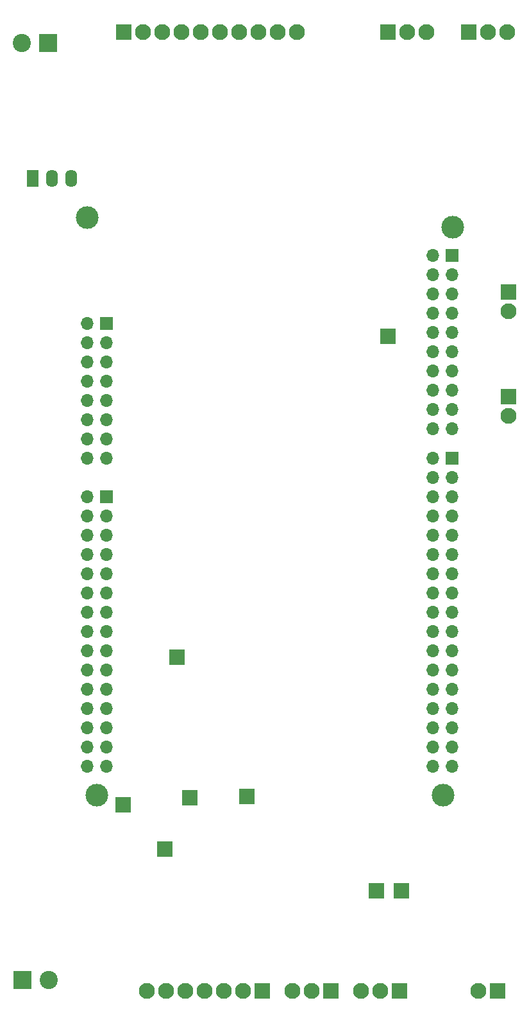
<source format=gbr>
%TF.GenerationSoftware,KiCad,Pcbnew,7.0.1*%
%TF.CreationDate,2023-05-11T12:11:36+02:00*%
%TF.ProjectId,STM32_F439ZI_Shield,53544d33-325f-4463-9433-395a495f5368,rev?*%
%TF.SameCoordinates,Original*%
%TF.FileFunction,Soldermask,Bot*%
%TF.FilePolarity,Negative*%
%FSLAX46Y46*%
G04 Gerber Fmt 4.6, Leading zero omitted, Abs format (unit mm)*
G04 Created by KiCad (PCBNEW 7.0.1) date 2023-05-11 12:11:36*
%MOMM*%
%LPD*%
G01*
G04 APERTURE LIST*
%ADD10R,2.000000X2.000000*%
%ADD11R,2.100000X2.100000*%
%ADD12C,2.100000*%
%ADD13C,3.000000*%
%ADD14R,2.400000X2.400000*%
%ADD15C,2.400000*%
%ADD16R,1.600000X2.300000*%
%ADD17O,1.600000X2.300000*%
%ADD18R,1.700000X1.700000*%
%ADD19O,1.700000X1.700000*%
G04 APERTURE END LIST*
D10*
%TO.C,TP10*%
X128405000Y-128495000D03*
%TD*%
D11*
%TO.C,Endschalter_Hinten1*%
X154520000Y-27550000D03*
D12*
X157060000Y-27550000D03*
X159600000Y-27550000D03*
%TD*%
D11*
%TO.C,J3*%
X169060000Y-153980000D03*
D12*
X166520000Y-153980000D03*
%TD*%
D11*
%TO.C,Kraftmessung1*%
X156110000Y-153980000D03*
D12*
X153570000Y-153980000D03*
X151030000Y-153980000D03*
%TD*%
D10*
%TO.C,TP2*%
X126660000Y-109970000D03*
%TD*%
%TO.C,TP6*%
X153010000Y-140820000D03*
%TD*%
D11*
%TO.C,Anenometer1*%
X137940000Y-153990000D03*
D12*
X135400000Y-153990000D03*
X132860000Y-153990000D03*
X130320000Y-153990000D03*
X127780000Y-153990000D03*
X125240000Y-153990000D03*
X122700000Y-153990000D03*
%TD*%
D10*
%TO.C,TP5*%
X156340000Y-140810000D03*
%TD*%
D11*
%TO.C,J5*%
X170477500Y-75590000D03*
D12*
X170477500Y-78130000D03*
%TD*%
D11*
%TO.C,J4*%
X170470000Y-61780000D03*
D12*
X170470000Y-64320000D03*
%TD*%
D13*
%TO.C,*%
X114820000Y-51990000D03*
%TD*%
D14*
%TO.C,Spannungsversorgung_1*%
X109690000Y-28960000D03*
D15*
X106190000Y-28960000D03*
%TD*%
D16*
%TO.C,U13*%
X107673000Y-46830000D03*
D17*
X110213000Y-46830000D03*
X112753000Y-46830000D03*
%TD*%
D10*
%TO.C,TP1*%
X154550000Y-67620000D03*
%TD*%
D13*
%TO.C,*%
X163100000Y-53300000D03*
%TD*%
D11*
%TO.C,Endschalter_Vorne1*%
X165200000Y-27540000D03*
D12*
X167740000Y-27540000D03*
X170280000Y-27540000D03*
%TD*%
D11*
%TO.C,Motor_Logik1*%
X119650000Y-27540000D03*
D12*
X122190000Y-27540000D03*
X124730000Y-27540000D03*
X127270000Y-27540000D03*
X129810000Y-27540000D03*
X132350000Y-27540000D03*
X134890000Y-27540000D03*
X137430000Y-27540000D03*
X139970000Y-27540000D03*
X142510000Y-27540000D03*
%TD*%
D13*
%TO.C,*%
X116090000Y-128190000D03*
%TD*%
D10*
%TO.C,TP7*%
X119550000Y-129510000D03*
%TD*%
%TO.C,TP9*%
X135930000Y-128340000D03*
%TD*%
D14*
%TO.C,Motor_Spannungsversorgung1*%
X106260000Y-152540000D03*
D15*
X109760000Y-152540000D03*
%TD*%
D11*
%TO.C,Abstandssensor1*%
X147030000Y-153990000D03*
D12*
X144490000Y-153990000D03*
X141950000Y-153990000D03*
%TD*%
D13*
%TO.C,*%
X161800000Y-128200000D03*
%TD*%
D10*
%TO.C,TP8*%
X125110000Y-135310000D03*
%TD*%
D18*
%TO.C,CN7*%
X163000000Y-57020000D03*
D19*
X160460000Y-57020000D03*
X163000000Y-59560000D03*
X160460000Y-59560000D03*
X163000000Y-62100000D03*
X160460000Y-62100000D03*
X163000000Y-64640000D03*
X160460000Y-64640000D03*
X163000000Y-67180000D03*
X160460000Y-67180000D03*
X163000000Y-69720000D03*
X160460000Y-69720000D03*
X163000000Y-72260000D03*
X160460000Y-72260000D03*
X163000000Y-74800000D03*
X160460000Y-74800000D03*
X163000000Y-77340000D03*
X160460000Y-77340000D03*
X163000000Y-79880000D03*
X160460000Y-79880000D03*
%TD*%
D18*
%TO.C,CN10*%
X163010000Y-83750000D03*
D19*
X160470000Y-83750000D03*
X163010000Y-86290000D03*
X160470000Y-86290000D03*
X163010000Y-88830000D03*
X160470000Y-88830000D03*
X163010000Y-91370000D03*
X160470000Y-91370000D03*
X163010000Y-93910000D03*
X160470000Y-93910000D03*
X163010000Y-96450000D03*
X160470000Y-96450000D03*
X163010000Y-98990000D03*
X160470000Y-98990000D03*
X163010000Y-101530000D03*
X160470000Y-101530000D03*
X163010000Y-104070000D03*
X160470000Y-104070000D03*
X163010000Y-106610000D03*
X160470000Y-106610000D03*
X163010000Y-109150000D03*
X160470000Y-109150000D03*
X163010000Y-111690000D03*
X160470000Y-111690000D03*
X163010000Y-114230000D03*
X160470000Y-114230000D03*
X163010000Y-116770000D03*
X160470000Y-116770000D03*
X163010000Y-119310000D03*
X160470000Y-119310000D03*
X163010000Y-121850000D03*
X160470000Y-121850000D03*
X163010000Y-124390000D03*
X160470000Y-124390000D03*
%TD*%
D18*
%TO.C,CN8*%
X117380000Y-65960000D03*
D19*
X114840000Y-65960000D03*
X117380000Y-68500000D03*
X114840000Y-68500000D03*
X117380000Y-71040000D03*
X114840000Y-71040000D03*
X117380000Y-73580000D03*
X114840000Y-73580000D03*
X117380000Y-76120000D03*
X114840000Y-76120000D03*
X117380000Y-78660000D03*
X114840000Y-78660000D03*
X117380000Y-81200000D03*
X114840000Y-81200000D03*
X117380000Y-83740000D03*
X114840000Y-83740000D03*
%TD*%
D18*
%TO.C,CN9*%
X117380000Y-88830000D03*
D19*
X114840000Y-88830000D03*
X117380000Y-91370000D03*
X114840000Y-91370000D03*
X117380000Y-93910000D03*
X114840000Y-93910000D03*
X117380000Y-96450000D03*
X114840000Y-96450000D03*
X117380000Y-98990000D03*
X114840000Y-98990000D03*
X117380000Y-101530000D03*
X114840000Y-101530000D03*
X117380000Y-104070000D03*
X114840000Y-104070000D03*
X117380000Y-106610000D03*
X114840000Y-106610000D03*
X117380000Y-109150000D03*
X114840000Y-109150000D03*
X117380000Y-111690000D03*
X114840000Y-111690000D03*
X117380000Y-114230000D03*
X114840000Y-114230000D03*
X117380000Y-116770000D03*
X114840000Y-116770000D03*
X117380000Y-119310000D03*
X114840000Y-119310000D03*
X117380000Y-121850000D03*
X114840000Y-121850000D03*
X117380000Y-124390000D03*
X114840000Y-124390000D03*
%TD*%
M02*

</source>
